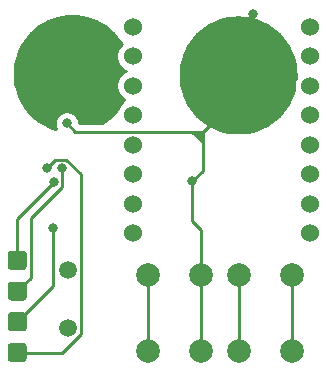
<source format=gbr>
%TF.GenerationSoftware,KiCad,Pcbnew,5.1.6*%
%TF.CreationDate,2020-06-28T23:45:08-05:00*%
%TF.ProjectId,watchKiCad,77617463-684b-4694-9361-642e6b696361,0*%
%TF.SameCoordinates,Original*%
%TF.FileFunction,Copper,L2,Bot*%
%TF.FilePolarity,Positive*%
%FSLAX46Y46*%
G04 Gerber Fmt 4.6, Leading zero omitted, Abs format (unit mm)*
G04 Created by KiCad (PCBNEW 5.1.6) date 2020-06-28 23:45:08*
%MOMM*%
%LPD*%
G01*
G04 APERTURE LIST*
%TA.AperFunction,ComponentPad*%
%ADD10C,1.524000*%
%TD*%
%TA.AperFunction,ComponentPad*%
%ADD11C,2.000000*%
%TD*%
%TA.AperFunction,ComponentPad*%
%ADD12C,1.500000*%
%TD*%
%TA.AperFunction,ViaPad*%
%ADD13C,0.800000*%
%TD*%
%TA.AperFunction,Conductor*%
%ADD14C,0.250000*%
%TD*%
%TA.AperFunction,Conductor*%
%ADD15C,0.254000*%
%TD*%
G04 APERTURE END LIST*
%TO.P,REF\u002A\u002A,1*%
%TO.N,Net-(U2-Pad8)*%
%TA.AperFunction,ComponentPad*%
G36*
G01*
X127350000Y-114550400D02*
X127350000Y-113449600D01*
G75*
G02*
X127599600Y-113200000I249600J0D01*
G01*
X128700400Y-113200000D01*
G75*
G02*
X128950000Y-113449600I0J-249600D01*
G01*
X128950000Y-114550400D01*
G75*
G02*
X128700400Y-114800000I-249600J0D01*
G01*
X127599600Y-114800000D01*
G75*
G02*
X127350000Y-114550400I0J249600D01*
G01*
G37*
%TD.AperFunction*%
%TD*%
%TO.P,REF\u002A\u002A,1*%
%TO.N,Net-(U2-Pad9)*%
%TA.AperFunction,ComponentPad*%
G36*
G01*
X127350000Y-117150400D02*
X127350000Y-116049600D01*
G75*
G02*
X127599600Y-115800000I249600J0D01*
G01*
X128700400Y-115800000D01*
G75*
G02*
X128950000Y-116049600I0J-249600D01*
G01*
X128950000Y-117150400D01*
G75*
G02*
X128700400Y-117400000I-249600J0D01*
G01*
X127599600Y-117400000D01*
G75*
G02*
X127350000Y-117150400I0J249600D01*
G01*
G37*
%TD.AperFunction*%
%TD*%
%TO.P,REF\u002A\u002A,1*%
%TO.N,Net-(U2-Pad7)*%
%TA.AperFunction,ComponentPad*%
G36*
G01*
X127350000Y-119750400D02*
X127350000Y-118649600D01*
G75*
G02*
X127599600Y-118400000I249600J0D01*
G01*
X128700400Y-118400000D01*
G75*
G02*
X128950000Y-118649600I0J-249600D01*
G01*
X128950000Y-119750400D01*
G75*
G02*
X128700400Y-120000000I-249600J0D01*
G01*
X127599600Y-120000000D01*
G75*
G02*
X127350000Y-119750400I0J249600D01*
G01*
G37*
%TD.AperFunction*%
%TD*%
%TO.P,REF\u002A\u002A,1*%
%TO.N,Net-(U2-Pad4)*%
%TA.AperFunction,ComponentPad*%
G36*
G01*
X127350000Y-122350400D02*
X127350000Y-121249600D01*
G75*
G02*
X127599600Y-121000000I249600J0D01*
G01*
X128700400Y-121000000D01*
G75*
G02*
X128950000Y-121249600I0J-249600D01*
G01*
X128950000Y-122350400D01*
G75*
G02*
X128700400Y-122600000I-249600J0D01*
G01*
X127599600Y-122600000D01*
G75*
G02*
X127350000Y-122350400I0J249600D01*
G01*
G37*
%TD.AperFunction*%
%TD*%
D10*
%TO.P,U5,1*%
%TO.N,Net-(R3-Pad1)*%
X137950000Y-94200000D03*
%TO.P,U5,2*%
%TO.N,Net-(R4-Pad1)*%
X137950000Y-96700000D03*
%TO.P,U5,3*%
%TO.N,Net-(R5-Pad2)*%
X137950000Y-99200000D03*
%TO.P,U5,4*%
%TO.N,Net-(R6-Pad2)*%
X137950000Y-101700000D03*
%TO.P,U5,5*%
%TO.N,Net-(U3-Pad1)*%
X137950000Y-104200000D03*
%TO.P,U5,6*%
%TO.N,Net-(U3-Pad3)*%
X137950000Y-106700000D03*
%TO.P,U5,7*%
%TO.N,Net-(U3-Pad5)*%
X137950000Y-109200000D03*
%TO.P,U5,8*%
%TO.N,Net-(U3-Pad7)*%
X137950000Y-111700000D03*
%TO.P,U5,9*%
%TO.N,Net-(R10-Pad1)*%
X152950000Y-111700000D03*
%TO.P,U5,10*%
%TO.N,Net-(R9-Pad1)*%
X152950000Y-109200000D03*
%TO.P,U5,11*%
%TO.N,Net-(R8-Pad1)*%
X152950000Y-106700000D03*
%TO.P,U5,12*%
%TO.N,Net-(R7-Pad1)*%
X152950000Y-104200000D03*
%TO.P,U5,13*%
%TO.N,Net-(U4-Pad1)*%
X152950000Y-101700000D03*
%TO.P,U5,14*%
%TO.N,Net-(U4-Pad3)*%
X152950000Y-99200000D03*
%TO.P,U5,15*%
%TO.N,Net-(U4-Pad5)*%
X152950000Y-96700000D03*
%TO.P,U5,16*%
%TO.N,Net-(U4-Pad7)*%
X152950000Y-94200000D03*
%TD*%
D11*
%TO.P,SW1,2*%
%TO.N,Net-(R1-Pad1)*%
X139200000Y-115200000D03*
%TO.P,SW1,1*%
%TO.N,GND*%
X143700000Y-115200000D03*
%TO.P,SW1,2*%
%TO.N,Net-(R1-Pad1)*%
X139200000Y-121700000D03*
%TO.P,SW1,1*%
%TO.N,GND*%
X143700000Y-121700000D03*
%TD*%
%TO.P,SW2,1*%
%TO.N,GND*%
X146950000Y-115200000D03*
%TO.P,SW2,2*%
%TO.N,Net-(R2-Pad1)*%
X151450000Y-115200000D03*
%TO.P,SW2,1*%
%TO.N,GND*%
X146950000Y-121700000D03*
%TO.P,SW2,2*%
%TO.N,Net-(R2-Pad1)*%
X151450000Y-121700000D03*
%TD*%
D12*
%TO.P,Y1,1*%
%TO.N,Net-(C1-Pad1)*%
X132450000Y-119700000D03*
%TO.P,Y1,2*%
%TO.N,Net-(C2-Pad1)*%
X132450000Y-114820000D03*
%TD*%
D13*
%TO.N,VCC*%
X135950000Y-97800000D03*
%TO.N,GND*%
X148150000Y-93100000D03*
X132350000Y-102400000D03*
X148350000Y-98600000D03*
X142950000Y-107300000D03*
%TO.N,Net-(U2-Pad4)*%
X130650000Y-106200000D03*
%TO.N,Net-(U2-Pad7)*%
X131150000Y-111300000D03*
%TO.N,Net-(U2-Pad8)*%
X131250000Y-107400000D03*
%TO.N,Net-(U2-Pad9)*%
X131950000Y-106200000D03*
%TD*%
D14*
%TO.N,GND*%
X148150000Y-98400000D02*
X148350000Y-98600000D01*
X148150000Y-93100000D02*
X148150000Y-98400000D01*
X133062999Y-103112999D02*
X132350000Y-102400000D01*
X148350000Y-98600000D02*
X143837001Y-103112999D01*
X143837001Y-106412999D02*
X142950000Y-107300000D01*
X143700000Y-115200000D02*
X143700000Y-111450000D01*
X142950000Y-110700000D02*
X142950000Y-107300000D01*
X143700000Y-111450000D02*
X142950000Y-110700000D01*
X143700000Y-115200000D02*
X143700000Y-121700000D01*
X146950000Y-115200000D02*
X146950000Y-121700000D01*
X143437001Y-103112999D02*
X143837001Y-103512999D01*
X143162999Y-103112999D02*
X143437001Y-103112999D01*
X143837001Y-103112999D02*
X143837001Y-103512999D01*
X143837001Y-103112999D02*
X143162999Y-103112999D01*
X143162999Y-103138997D02*
X143837001Y-103812999D01*
X143162999Y-103112999D02*
X143162999Y-103138997D01*
X143837001Y-103512999D02*
X143837001Y-103812999D01*
X143837001Y-104012999D02*
X142937001Y-103112999D01*
X143837001Y-104487001D02*
X143837001Y-104012999D01*
X142937001Y-103112999D02*
X133062999Y-103112999D01*
X143162999Y-103112999D02*
X142937001Y-103112999D01*
X143837001Y-103812999D02*
X143837001Y-104487001D01*
X143837001Y-104487001D02*
X143837001Y-106412999D01*
%TO.N,Net-(U2-Pad4)*%
X131375001Y-105474999D02*
X130650000Y-106200000D01*
X132298001Y-105474999D02*
X131375001Y-105474999D01*
X133525001Y-106701999D02*
X132298001Y-105474999D01*
X133525001Y-120216001D02*
X133525001Y-106701999D01*
X131941002Y-121800000D02*
X133525001Y-120216001D01*
X128150000Y-121800000D02*
X131941002Y-121800000D01*
%TO.N,Net-(R2-Pad1)*%
X151450000Y-115200000D02*
X151450000Y-121700000D01*
%TO.N,Net-(R1-Pad1)*%
X139200000Y-115200000D02*
X139200000Y-121700000D01*
%TO.N,Net-(U2-Pad7)*%
X131150000Y-116200000D02*
X131150000Y-111300000D01*
X128150000Y-119200000D02*
X131150000Y-116200000D01*
%TO.N,Net-(U2-Pad8)*%
X128150000Y-110500000D02*
X131250000Y-107400000D01*
X128150000Y-114000000D02*
X128150000Y-110500000D01*
%TO.N,Net-(U2-Pad9)*%
X129275010Y-115474990D02*
X129275010Y-110424990D01*
X128150000Y-116600000D02*
X129275010Y-115474990D01*
X131975001Y-106225001D02*
X131950000Y-106200000D01*
X131975001Y-107748001D02*
X131975001Y-106225001D01*
X129298012Y-110424990D02*
X131975001Y-107748001D01*
X129275010Y-110424990D02*
X129298012Y-110424990D01*
%TD*%
D15*
%TO.N,GND*%
G36*
X147274692Y-93445664D02*
G01*
X147696168Y-93501151D01*
X148111198Y-93593162D01*
X148516620Y-93720991D01*
X148909375Y-93883675D01*
X149286434Y-94079960D01*
X149644968Y-94308371D01*
X149982230Y-94567161D01*
X150295646Y-94854354D01*
X150582839Y-95167770D01*
X150841629Y-95505032D01*
X151070040Y-95863566D01*
X151266325Y-96240625D01*
X151429009Y-96633380D01*
X151556838Y-97038802D01*
X151648849Y-97453832D01*
X151704336Y-97875308D01*
X151722879Y-98300000D01*
X151712509Y-98537504D01*
X151711995Y-98538273D01*
X151606686Y-98792510D01*
X151553000Y-99062408D01*
X151553000Y-99337592D01*
X151578259Y-99464576D01*
X151556838Y-99561198D01*
X151429009Y-99966620D01*
X151266325Y-100359375D01*
X151070040Y-100736434D01*
X150841629Y-101094968D01*
X150582839Y-101432230D01*
X150295646Y-101745646D01*
X149982230Y-102032839D01*
X149644968Y-102291629D01*
X149286434Y-102520040D01*
X148909375Y-102716325D01*
X148516620Y-102879009D01*
X148111198Y-103006838D01*
X147696168Y-103098849D01*
X147274692Y-103154336D01*
X146850000Y-103172879D01*
X146425308Y-103154336D01*
X146003832Y-103098849D01*
X145588802Y-103006838D01*
X145183380Y-102879009D01*
X144790625Y-102716325D01*
X144413566Y-102520040D01*
X144055032Y-102291629D01*
X143717770Y-102032839D01*
X143404354Y-101745646D01*
X143117161Y-101432230D01*
X142858371Y-101094968D01*
X142629960Y-100736434D01*
X142433675Y-100359375D01*
X142270991Y-99966620D01*
X142143162Y-99561198D01*
X142051151Y-99146168D01*
X141995664Y-98724692D01*
X141977121Y-98300000D01*
X141995664Y-97875308D01*
X142051151Y-97453832D01*
X142143162Y-97038802D01*
X142270991Y-96633380D01*
X142433675Y-96240625D01*
X142629960Y-95863566D01*
X142858371Y-95505032D01*
X143117161Y-95167770D01*
X143404354Y-94854354D01*
X143717770Y-94567161D01*
X144055032Y-94308371D01*
X144413566Y-94079960D01*
X144790625Y-93883675D01*
X145183380Y-93720991D01*
X145588802Y-93593162D01*
X146003832Y-93501151D01*
X146425308Y-93445664D01*
X146850000Y-93427121D01*
X147274692Y-93445664D01*
G37*
X147274692Y-93445664D02*
X147696168Y-93501151D01*
X148111198Y-93593162D01*
X148516620Y-93720991D01*
X148909375Y-93883675D01*
X149286434Y-94079960D01*
X149644968Y-94308371D01*
X149982230Y-94567161D01*
X150295646Y-94854354D01*
X150582839Y-95167770D01*
X150841629Y-95505032D01*
X151070040Y-95863566D01*
X151266325Y-96240625D01*
X151429009Y-96633380D01*
X151556838Y-97038802D01*
X151648849Y-97453832D01*
X151704336Y-97875308D01*
X151722879Y-98300000D01*
X151712509Y-98537504D01*
X151711995Y-98538273D01*
X151606686Y-98792510D01*
X151553000Y-99062408D01*
X151553000Y-99337592D01*
X151578259Y-99464576D01*
X151556838Y-99561198D01*
X151429009Y-99966620D01*
X151266325Y-100359375D01*
X151070040Y-100736434D01*
X150841629Y-101094968D01*
X150582839Y-101432230D01*
X150295646Y-101745646D01*
X149982230Y-102032839D01*
X149644968Y-102291629D01*
X149286434Y-102520040D01*
X148909375Y-102716325D01*
X148516620Y-102879009D01*
X148111198Y-103006838D01*
X147696168Y-103098849D01*
X147274692Y-103154336D01*
X146850000Y-103172879D01*
X146425308Y-103154336D01*
X146003832Y-103098849D01*
X145588802Y-103006838D01*
X145183380Y-102879009D01*
X144790625Y-102716325D01*
X144413566Y-102520040D01*
X144055032Y-102291629D01*
X143717770Y-102032839D01*
X143404354Y-101745646D01*
X143117161Y-101432230D01*
X142858371Y-101094968D01*
X142629960Y-100736434D01*
X142433675Y-100359375D01*
X142270991Y-99966620D01*
X142143162Y-99561198D01*
X142051151Y-99146168D01*
X141995664Y-98724692D01*
X141977121Y-98300000D01*
X141995664Y-97875308D01*
X142051151Y-97453832D01*
X142143162Y-97038802D01*
X142270991Y-96633380D01*
X142433675Y-96240625D01*
X142629960Y-95863566D01*
X142858371Y-95505032D01*
X143117161Y-95167770D01*
X143404354Y-94854354D01*
X143717770Y-94567161D01*
X144055032Y-94308371D01*
X144413566Y-94079960D01*
X144790625Y-93883675D01*
X145183380Y-93720991D01*
X145588802Y-93593162D01*
X146003832Y-93501151D01*
X146425308Y-93445664D01*
X146850000Y-93427121D01*
X147274692Y-93445664D01*
%TO.N,VCC*%
G36*
X133224692Y-93330983D02*
G01*
X133646168Y-93386470D01*
X134061198Y-93478481D01*
X134466620Y-93606310D01*
X134859375Y-93768994D01*
X135236434Y-93965279D01*
X135594968Y-94193690D01*
X135932230Y-94452480D01*
X136245646Y-94739673D01*
X136532839Y-95053089D01*
X136791629Y-95390351D01*
X136983234Y-95691111D01*
X136864880Y-95809465D01*
X136711995Y-96038273D01*
X136606686Y-96292510D01*
X136553000Y-96562408D01*
X136553000Y-96837592D01*
X136606686Y-97107490D01*
X136711995Y-97361727D01*
X136864880Y-97590535D01*
X137059465Y-97785120D01*
X137288273Y-97938005D01*
X137317231Y-97950000D01*
X137288273Y-97961995D01*
X137059465Y-98114880D01*
X136864880Y-98309465D01*
X136711995Y-98538273D01*
X136606686Y-98792510D01*
X136553000Y-99062408D01*
X136553000Y-99337592D01*
X136606686Y-99607490D01*
X136711995Y-99861727D01*
X136864880Y-100090535D01*
X137059465Y-100285120D01*
X137160231Y-100352450D01*
X137020040Y-100621753D01*
X136962900Y-100711445D01*
X136864880Y-100809465D01*
X136711995Y-101038273D01*
X136670774Y-101137788D01*
X136532839Y-101317549D01*
X136245646Y-101630965D01*
X135932230Y-101918158D01*
X135594968Y-102176948D01*
X135318623Y-102352999D01*
X133385000Y-102352999D01*
X133385000Y-102298061D01*
X133345226Y-102098102D01*
X133267205Y-101909744D01*
X133153937Y-101740226D01*
X133009774Y-101596063D01*
X132840256Y-101482795D01*
X132651898Y-101404774D01*
X132451939Y-101365000D01*
X132248061Y-101365000D01*
X132048102Y-101404774D01*
X131859744Y-101482795D01*
X131690226Y-101596063D01*
X131546063Y-101740226D01*
X131432795Y-101909744D01*
X131354774Y-102098102D01*
X131315000Y-102298061D01*
X131315000Y-102501939D01*
X131354774Y-102701898D01*
X131417776Y-102853998D01*
X131133380Y-102764328D01*
X130740625Y-102601644D01*
X130363566Y-102405359D01*
X130005032Y-102176948D01*
X129667770Y-101918158D01*
X129354354Y-101630965D01*
X129067161Y-101317549D01*
X128808371Y-100980287D01*
X128579960Y-100621753D01*
X128383675Y-100244694D01*
X128220991Y-99851939D01*
X128093162Y-99446517D01*
X128001151Y-99031487D01*
X127945664Y-98610011D01*
X127927121Y-98185319D01*
X127945664Y-97760627D01*
X128001151Y-97339151D01*
X128093162Y-96924121D01*
X128220991Y-96518699D01*
X128383675Y-96125944D01*
X128579960Y-95748885D01*
X128808371Y-95390351D01*
X129067161Y-95053089D01*
X129354354Y-94739673D01*
X129667770Y-94452480D01*
X130005032Y-94193690D01*
X130363566Y-93965279D01*
X130740625Y-93768994D01*
X131133380Y-93606310D01*
X131538802Y-93478481D01*
X131953832Y-93386470D01*
X132375308Y-93330983D01*
X132800000Y-93312440D01*
X133224692Y-93330983D01*
G37*
X133224692Y-93330983D02*
X133646168Y-93386470D01*
X134061198Y-93478481D01*
X134466620Y-93606310D01*
X134859375Y-93768994D01*
X135236434Y-93965279D01*
X135594968Y-94193690D01*
X135932230Y-94452480D01*
X136245646Y-94739673D01*
X136532839Y-95053089D01*
X136791629Y-95390351D01*
X136983234Y-95691111D01*
X136864880Y-95809465D01*
X136711995Y-96038273D01*
X136606686Y-96292510D01*
X136553000Y-96562408D01*
X136553000Y-96837592D01*
X136606686Y-97107490D01*
X136711995Y-97361727D01*
X136864880Y-97590535D01*
X137059465Y-97785120D01*
X137288273Y-97938005D01*
X137317231Y-97950000D01*
X137288273Y-97961995D01*
X137059465Y-98114880D01*
X136864880Y-98309465D01*
X136711995Y-98538273D01*
X136606686Y-98792510D01*
X136553000Y-99062408D01*
X136553000Y-99337592D01*
X136606686Y-99607490D01*
X136711995Y-99861727D01*
X136864880Y-100090535D01*
X137059465Y-100285120D01*
X137160231Y-100352450D01*
X137020040Y-100621753D01*
X136962900Y-100711445D01*
X136864880Y-100809465D01*
X136711995Y-101038273D01*
X136670774Y-101137788D01*
X136532839Y-101317549D01*
X136245646Y-101630965D01*
X135932230Y-101918158D01*
X135594968Y-102176948D01*
X135318623Y-102352999D01*
X133385000Y-102352999D01*
X133385000Y-102298061D01*
X133345226Y-102098102D01*
X133267205Y-101909744D01*
X133153937Y-101740226D01*
X133009774Y-101596063D01*
X132840256Y-101482795D01*
X132651898Y-101404774D01*
X132451939Y-101365000D01*
X132248061Y-101365000D01*
X132048102Y-101404774D01*
X131859744Y-101482795D01*
X131690226Y-101596063D01*
X131546063Y-101740226D01*
X131432795Y-101909744D01*
X131354774Y-102098102D01*
X131315000Y-102298061D01*
X131315000Y-102501939D01*
X131354774Y-102701898D01*
X131417776Y-102853998D01*
X131133380Y-102764328D01*
X130740625Y-102601644D01*
X130363566Y-102405359D01*
X130005032Y-102176948D01*
X129667770Y-101918158D01*
X129354354Y-101630965D01*
X129067161Y-101317549D01*
X128808371Y-100980287D01*
X128579960Y-100621753D01*
X128383675Y-100244694D01*
X128220991Y-99851939D01*
X128093162Y-99446517D01*
X128001151Y-99031487D01*
X127945664Y-98610011D01*
X127927121Y-98185319D01*
X127945664Y-97760627D01*
X128001151Y-97339151D01*
X128093162Y-96924121D01*
X128220991Y-96518699D01*
X128383675Y-96125944D01*
X128579960Y-95748885D01*
X128808371Y-95390351D01*
X129067161Y-95053089D01*
X129354354Y-94739673D01*
X129667770Y-94452480D01*
X130005032Y-94193690D01*
X130363566Y-93965279D01*
X130740625Y-93768994D01*
X131133380Y-93606310D01*
X131538802Y-93478481D01*
X131953832Y-93386470D01*
X132375308Y-93330983D01*
X132800000Y-93312440D01*
X133224692Y-93330983D01*
%TD*%
M02*

</source>
